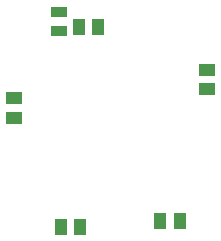
<source format=gbr>
%TF.GenerationSoftware,KiCad,Pcbnew,(6.0.7)*%
%TF.CreationDate,2022-10-18T22:47:55-04:00*%
%TF.ProjectId,LCDPCB,4c434450-4342-42e6-9b69-6361645f7063,rev?*%
%TF.SameCoordinates,Original*%
%TF.FileFunction,Paste,Bot*%
%TF.FilePolarity,Positive*%
%FSLAX46Y46*%
G04 Gerber Fmt 4.6, Leading zero omitted, Abs format (unit mm)*
G04 Created by KiCad (PCBNEW (6.0.7)) date 2022-10-18 22:47:55*
%MOMM*%
%LPD*%
G01*
G04 APERTURE LIST*
%ADD10R,1.070000X1.470000*%
%ADD11R,1.470000X1.070000*%
%ADD12R,1.390000X0.960000*%
G04 APERTURE END LIST*
D10*
%TO.C,C9*%
X146997000Y-92710000D03*
X145357000Y-92710000D03*
%TD*%
%TO.C,C6*%
X140088200Y-76327000D03*
X138448200Y-76327000D03*
%TD*%
%TO.C,C8*%
X138564200Y-93218000D03*
X136924200Y-93218000D03*
%TD*%
D11*
%TO.C,C7*%
X132969000Y-82365000D03*
X132969000Y-84005000D03*
%TD*%
%TO.C,C10*%
X149352000Y-79952000D03*
X149352000Y-81592000D03*
%TD*%
D12*
%TO.C,FB1*%
X136779000Y-76629000D03*
X136779000Y-75009000D03*
%TD*%
M02*

</source>
